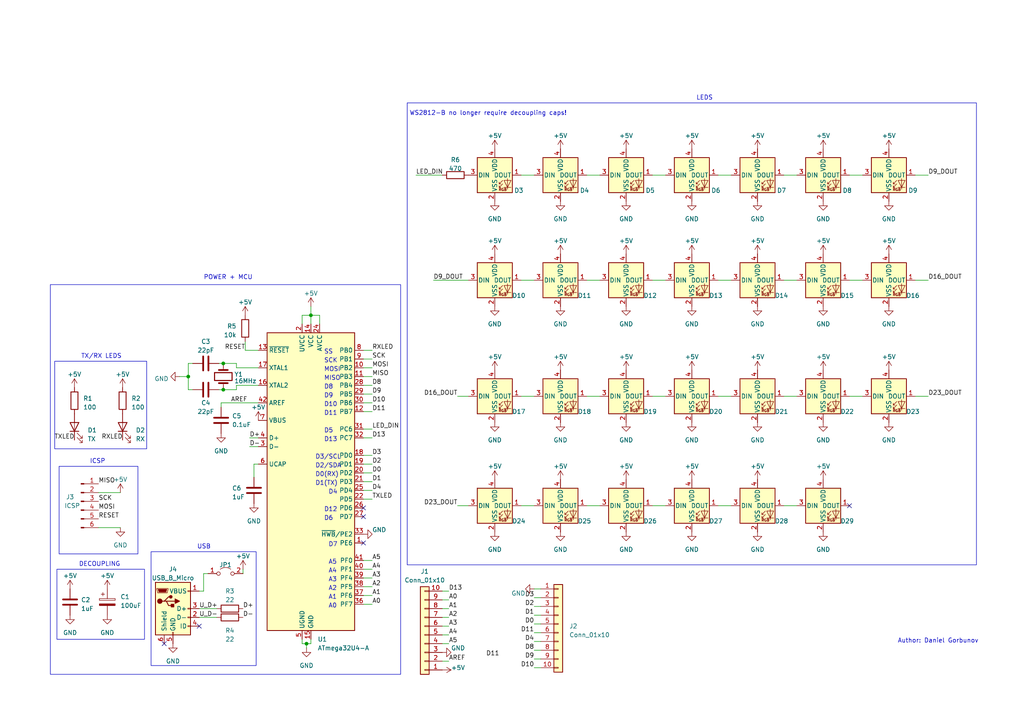
<source format=kicad_sch>
(kicad_sch (version 20230121) (generator eeschema)
  (paper "A4")
  (title_block (title "IEEE - DIY LEDs") (date "2024-03-17") (rev "v1"))
  (lib_symbols
    (symbol "Connector:Conn_01x06_Pin" (pin_names (offset 1.016) hide)
      (property "Reference" "J" (at 0 7.62 0))
      (property "Value" "Conn_01x06_Pin" (at 0 -10.16 0))
      (symbol "Conn_01x06_Pin_1_1"
        (polyline (pts (xy 1.27 -7.62) (xy 0.8636 -7.62)) (stroke (width 0.1524)))
        (polyline (pts (xy 1.27 -5.08) (xy 0.8636 -5.08)) (stroke (width 0.1524)))
        (polyline (pts (xy 1.27 -2.54) (xy 0.8636 -2.54)) (stroke (width 0.1524)))
        (polyline (pts (xy 1.27 0) (xy 0.8636 0)) (stroke (width 0.1524)))
        (polyline (pts (xy 1.27 2.54) (xy 0.8636 2.54)) (stroke (width 0.1524)))
        (polyline (pts (xy 1.27 5.08) (xy 0.8636 5.08)) (stroke (width 0.1524)))
        (rectangle (start 0.8636 -7.493) (end 0 -7.747) (stroke (width 0.1524)) (fill (type outline)))
        (rectangle (start 0.8636 -4.953) (end 0 -5.207) (stroke (width 0.1524)) (fill (type outline)))
        (rectangle (start 0.8636 -2.413) (end 0 -2.667) (stroke (width 0.1524)) (fill (type outline)))
        (rectangle (start 0.8636 0.127) (end 0 -0.127) (stroke (width 0.1524)) (fill (type outline)))
        (rectangle (start 0.8636 2.667) (end 0 2.413) (stroke (width 0.1524)) (fill (type outline)))
        (rectangle (start 0.8636 5.207) (end 0 4.953) (stroke (width 0.1524)) (fill (type outline)))
        (pin passive line (at 5.08 5.08 180) (length 3.81) (name "Pin_1") (number "1"))
        (pin passive line (at 5.08 2.54 180) (length 3.81) (name "Pin_2") (number "2"))
        (pin passive line (at 5.08 0 180) (length 3.81) (name "Pin_3") (number "3"))
        (pin passive line (at 5.08 -2.54 180) (length 3.81) (name "Pin_4") (number "4"))
        (pin passive line (at 5.08 -5.08 180) (length 3.81) (name "Pin_5") (number "5"))
        (pin passive line (at 5.08 -7.62 180) (length 3.81) (name "Pin_6") (number "6"))
      )
    )
    (symbol "Connector:USB_B_Micro" (pin_names (offset 1.016))
      (property "Reference" "J" (at -5.08 11.43 0))
      (property "Value" "USB_B_Micro" (at -5.08 8.89 0))
      (symbol "USB_B_Micro_0_1"
        (rectangle (start -5.08 -7.62) (end 5.08 7.62) (stroke (width 0.254)) (fill (type background)))
        (circle (center -3.81 2.159) (radius 0.635) (stroke (width 0.254)) (fill (type outline)))
        (circle (center -0.635 3.429) (radius 0.381) (stroke (width 0.254)) (fill (type outline)))
        (rectangle (start -0.127 -7.62) (end 0.127 -6.858))
        (polyline (pts (xy -1.905 2.159) (xy 0.635 2.159)) (stroke (width 0.254)))
        (polyline (pts (xy -3.175 2.159) (xy -2.54 2.159) (xy -1.27 3.429) (xy -0.635 3.429)) (stroke (width 0.254)))
        (polyline (pts (xy -2.54 2.159) (xy -1.905 2.159) (xy -1.27 0.889) (xy 0 0.889)) (stroke (width 0.254)))
        (polyline (pts (xy 0.635 2.794) (xy 0.635 1.524) (xy 1.905 2.159) (xy 0.635 2.794)) (stroke (width 0.254)) (fill (type outline)))
        (polyline (pts (xy -4.318 5.588) (xy -1.778 5.588) (xy -2.032 4.826) (xy -4.064 4.826) (xy -4.318 5.588)) (fill (type outline)))
        (polyline (pts (xy -4.699 5.842) (xy -4.699 5.588) (xy -4.445 4.826) (xy -4.445 4.572) (xy -1.651 4.572) (xy -1.651 4.826) (xy -1.397 5.588) (xy -1.397 5.842) (xy -4.699 5.842)))
        (rectangle (start 0.254 1.27) (end -0.508 0.508) (stroke (width 0.254)) (fill (type outline)))
        (rectangle (start 5.08 -5.207) (end 4.318 -4.953))
        (rectangle (start 5.08 -2.667) (end 4.318 -2.413))
        (rectangle (start 5.08 -0.127) (end 4.318 0.127))
        (rectangle (start 5.08 4.953) (end 4.318 5.207))
      )
      (symbol "USB_B_Micro_1_1"
        (pin power_out line (at 7.62 5.08 180) (length 2.54) (name "VBUS") (number "1"))
        (pin bidirectional line (at 7.62 -2.54 180) (length 2.54) (name "D-") (number "2"))
        (pin bidirectional line (at 7.62 0 180) (length 2.54) (name "D+") (number "3"))
        (pin passive line (at 7.62 -5.08 180) (length 2.54) (name "ID") (number "4"))
        (pin power_out line (at 0 -10.16 90) (length 2.54) (name "GND") (number "5"))
        (pin passive line (at -2.54 -10.16 90) (length 2.54) (name "Shield") (number "6"))
      )
    )
    (symbol "Connector_Generic:Conn_01x10" (pin_names (offset 1.016) hide)
      (property "Reference" "J" (at 0 12.7 0))
      (property "Value" "Conn_01x10" (at 0 -15.24 0))
      (symbol "Conn_01x10_1_1"
        (rectangle (start -1.27 -12.573) (end 0 -12.827) (stroke (width 0.1524)))
        (rectangle (start -1.27 -10.033) (end 0 -10.287) (stroke (width 0.1524)))
        (rectangle (start -1.27 -7.493) (end 0 -7.747) (stroke (width 0.1524)))
        (rectangle (start -1.27 -4.953) (end 0 -5.207) (stroke (width 0.1524)))
        (rectangle (start -1.27 -2.413) (end 0 -2.667) (stroke (width 0.1524)))
        (rectangle (start -1.27 0.127) (end 0 -0.127) (stroke (width 0.1524)))
        (rectangle (start -1.27 2.667) (end 0 2.413) (stroke (width 0.1524)))
        (rectangle (start -1.27 5.207) (end 0 4.953) (stroke (width 0.1524)))
        (rectangle (start -1.27 7.747) (end 0 7.493) (stroke (width 0.1524)))
        (rectangle (start -1.27 10.287) (end 0 10.033) (stroke (width 0.1524)))
        (rectangle (start -1.27 11.43) (end 1.27 -13.97) (stroke (width 0.254)) (fill (type background)))
        (pin passive line (at -5.08 10.16 0) (length 3.81) (name "Pin_1") (number "1"))
        (pin passive line (at -5.08 -12.7 0) (length 3.81) (name "Pin_10") (number "10"))
        (pin passive line (at -5.08 7.62 0) (length 3.81) (name "Pin_2") (number "2"))
        (pin passive line (at -5.08 5.08 0) (length 3.81) (name "Pin_3") (number "3"))
        (pin passive line (at -5.08 2.54 0) (length 3.81) (name "Pin_4") (number "4"))
        (pin passive line (at -5.08 0 0) (length 3.81) (name "Pin_5") (number "5"))
        (pin passive line (at -5.08 -2.54 0) (length 3.81) (name "Pin_6") (number "6"))
        (pin passive line (at -5.08 -5.08 0) (length 3.81) (name "Pin_7") (number "7"))
        (pin passive line (at -5.08 -7.62 0) (length 3.81) (name "Pin_8") (number "8"))
        (pin passive line (at -5.08 -10.16 0) (length 3.81) (name "Pin_9") (number "9"))
      )
    )
    (symbol "Device:C" (pin_numbers hide) (pin_names (offset 0.254))
      (property "Reference" "C" (at 0.635 2.54 0))
      (property "Value" "C" (at 0.635 -2.54 0))
      (symbol "C_0_1"
        (polyline (pts (xy -2.032 -0.762) (xy 2.032 -0.762)) (stroke (width 0.508)))
        (polyline (pts (xy -2.032 0.762) (xy 2.032 0.762)) (stroke (width 0.508)))
      )
      (symbol "C_1_1"
        (pin passive line (at 0 3.81 270) (length 2.794) (name "~") (number "1"))
        (pin passive line (at 0 -3.81 90) (length 2.794) (name "~") (number "2"))
      )
    )
    (symbol "Device:C_Polarized" (pin_numbers hide) (pin_names (offset 0.254))
      (property "Reference" "C" (at 0.635 2.54 0))
      (property "Value" "C_Polarized" (at 0.635 -2.54 0))
      (symbol "C_Polarized_0_1"
        (rectangle (start -2.286 0.508) (end 2.286 1.016))
        (polyline (pts (xy -1.778 2.286) (xy -0.762 2.286)))
        (polyline (pts (xy -1.27 2.794) (xy -1.27 1.778)))
        (rectangle (start 2.286 -0.508) (end -2.286 -1.016) (fill (type outline)))
      )
      (symbol "C_Polarized_1_1"
        (pin passive line (at 0 3.81 270) (length 2.794) (name "~") (number "1"))
        (pin passive line (at 0 -3.81 90) (length 2.794) (name "~") (number "2"))
      )
    )
    (symbol "Device:Crystal" (pin_numbers hide) (pin_names (offset 1.016) hide)
      (property "Reference" "Y" (at 0 3.81 0))
      (property "Value" "Crystal" (at 0 -3.81 0))
      (symbol "Crystal_0_1"
        (rectangle (start -1.143 2.54) (end 1.143 -2.54) (stroke (width 0.3048)))
        (polyline (pts (xy -2.54 0) (xy -1.905 0)))
        (polyline (pts (xy -1.905 -1.27) (xy -1.905 1.27)) (stroke (width 0.508)))
        (polyline (pts (xy 1.905 -1.27) (xy 1.905 1.27)) (stroke (width 0.508)))
        (polyline (pts (xy 2.54 0) (xy 1.905 0)))
      )
      (symbol "Crystal_1_1"
        (pin passive line (at -3.81 0 0) (length 1.27) (name "1") (number "1"))
        (pin passive line (at 3.81 0 180) (length 1.27) (name "2") (number "2"))
      )
    )
    (symbol "Device:LED" (pin_numbers hide) (pin_names (offset 1.016) hide)
      (property "Reference" "D" (at 0 2.54 0))
      (property "Value" "LED" (at 0 -2.54 0))
      (symbol "LED_0_1"
        (polyline (pts (xy -1.27 -1.27) (xy -1.27 1.27)) (stroke (width 0.254)))
        (polyline (pts (xy -1.27 0) (xy 1.27 0)))
        (polyline (pts (xy 1.27 -1.27) (xy 1.27 1.27) (xy -1.27 0) (xy 1.27 -1.27)) (stroke (width 0.254)))
        (polyline (pts (xy -3.048 -0.762) (xy -4.572 -2.286) (xy -3.81 -2.286) (xy -4.572 -2.286) (xy -4.572 -1.524)))
        (polyline (pts (xy -1.778 -0.762) (xy -3.302 -2.286) (xy -2.54 -2.286) (xy -3.302 -2.286) (xy -3.302 -1.524)))
      )
      (symbol "LED_1_1"
        (pin passive line (at -3.81 0 0) (length 2.54) (name "K") (number "1"))
        (pin passive line (at 3.81 0 180) (length 2.54) (name "A") (number "2"))
      )
    )
    (symbol "Device:R" (pin_numbers hide) (pin_names (offset 0))
      (property "Reference" "R" (at 2.032 0 90))
      (property "Value" "R" (at 0 0 90))
      (symbol "R_0_1"
        (rectangle (start -1.016 -2.54) (end 1.016 2.54) (stroke (width 0.254)))
      )
      (symbol "R_1_1"
        (pin passive line (at 0 3.81 270) (length 1.27) (name "~") (number "1"))
        (pin passive line (at 0 -3.81 90) (length 1.27) (name "~") (number "2"))
      )
    )
    (symbol "Jumper:Jumper_2_Open" (pin_names (offset 0) hide)
      (property "Reference" "JP" (at 0 2.794 0))
      (property "Value" "Jumper_2_Open" (at 0 -2.286 0))
      (symbol "Jumper_2_Open_0_0"
        (circle (center -2.032 0) (radius 0.508))
        (circle (center 2.032 0) (radius 0.508))
      )
      (symbol "Jumper_2_Open_0_1"
        (arc (start 1.524 1.27) (mid 0 1.778) (end -1.524 1.27))
      )
      (symbol "Jumper_2_Open_1_1"
        (pin passive line (at -5.08 0 0) (length 2.54) (name "A") (number "1"))
        (pin passive line (at 5.08 0 180) (length 2.54) (name "B") (number "2"))
      )
    )
    (symbol "LED:SK6812MINI" (pin_names (offset 0.254))
      (property "Reference" "D" (at 5.08 5.715 0))
      (property "Value" "SK6812MINI" (at 1.27 -5.715 0))
      (symbol "SK6812MINI_0_0"
        (text "RGB" (at 2.286 -4.191 0) (effects (font (size 0.762 0.762))))
      )
      (symbol "SK6812MINI_0_1"
        (polyline (pts (xy 1.27 -3.556) (xy 1.778 -3.556)))
        (polyline (pts (xy 1.27 -2.54) (xy 1.778 -2.54)))
        (polyline (pts (xy 4.699 -3.556) (xy 2.667 -3.556)))
        (polyline (pts (xy 2.286 -2.54) (xy 1.27 -3.556) (xy 1.27 -3.048)))
        (polyline (pts (xy 2.286 -1.524) (xy 1.27 -2.54) (xy 1.27 -2.032)))
        (polyline (pts (xy 3.683 -1.016) (xy 3.683 -3.556) (xy 3.683 -4.064)))
        (polyline (pts (xy 4.699 -1.524) (xy 2.667 -1.524) (xy 3.683 -3.556) (xy 4.699 -1.524)))
        (rectangle (start 5.08 5.08) (end -5.08 -5.08) (stroke (width 0.254)) (fill (type background)))
      )
      (symbol "SK6812MINI_1_1"
        (pin output line (at 7.62 0 180) (length 2.54) (name "DOUT") (number "1"))
        (pin power_in line (at 0 -7.62 90) (length 2.54) (name "VSS") (number "2"))
        (pin input line (at -7.62 0 0) (length 2.54) (name "DIN") (number "3"))
        (pin power_in line (at 0 7.62 270) (length 2.54) (name "VDD") (number "4"))
      )
    )
    (symbol "MCU_Microchip_ATmega:ATmega32U4-A"
      (property "Reference" "U" (at -12.7 44.45 0))
      (property "Value" "ATmega32U4-A" (at 2.54 -44.45 0))
      (symbol "ATmega32U4-A_0_1"
        (rectangle (start -12.7 -43.18) (end 12.7 43.18) (stroke (width 0.254)) (fill (type background)))
      )
      (symbol "ATmega32U4-A_1_1"
        (pin bidirectional line (at 15.24 -17.78 180) (length 2.54) (name "PE6") (number "1"))
        (pin bidirectional line (at 15.24 33.02 180) (length 2.54) (name "PB2") (number "10"))
        (pin bidirectional line (at 15.24 30.48 180) (length 2.54) (name "PB3") (number "11"))
        (pin bidirectional line (at 15.24 20.32 180) (length 2.54) (name "PB7") (number "12"))
        (pin input line (at -15.24 38.1 0) (length 2.54) (name "~{RESET}") (number "13"))
        (pin power_in line (at 0 45.72 270) (length 2.54) (name "VCC") (number "14"))
        (pin power_in line (at 0 -45.72 90) (length 2.54) (name "GND") (number "15"))
        (pin output line (at -15.24 27.94 0) (length 2.54) (name "XTAL2") (number "16"))
        (pin input line (at -15.24 33.02 0) (length 2.54) (name "XTAL1") (number "17"))
        (pin bidirectional line (at 15.24 7.62 180) (length 2.54) (name "PD0") (number "18"))
        (pin bidirectional line (at 15.24 5.08 180) (length 2.54) (name "PD1") (number "19"))
        (pin power_in line (at -2.54 45.72 270) (length 2.54) (name "UVCC") (number "2"))
        (pin bidirectional line (at 15.24 2.54 180) (length 2.54) (name "PD2") (number "20"))
        (pin bidirectional line (at 15.24 0 180) (length 2.54) (name "PD3") (number "21"))
        (pin bidirectional line (at 15.24 -5.08 180) (length 2.54) (name "PD5") (number "22"))
        (pin passive line (at 0 -45.72 90) (length 2.54) hide (name "GND") (number "23"))
        (pin power_in line (at 2.54 45.72 270) (length 2.54) (name "AVCC") (number "24"))
        (pin bidirectional line (at 15.24 -2.54 180) (length 2.54) (name "PD4") (number "25"))
        (pin bidirectional line (at 15.24 -7.62 180) (length 2.54) (name "PD6") (number "26"))
        (pin bidirectional line (at 15.24 -10.16 180) (length 2.54) (name "PD7") (number "27"))
        (pin bidirectional line (at 15.24 27.94 180) (length 2.54) (name "PB4") (number "28"))
        (pin bidirectional line (at 15.24 25.4 180) (length 2.54) (name "PB5") (number "29"))
        (pin bidirectional line (at -15.24 10.16 0) (length 2.54) (name "D-") (number "3"))
        (pin bidirectional line (at 15.24 22.86 180) (length 2.54) (name "PB6") (number "30"))
        (pin bidirectional line (at 15.24 15.24 180) (length 2.54) (name "PC6") (number "31"))
        (pin bidirectional line (at 15.24 12.7 180) (length 2.54) (name "PC7") (number "32"))
        (pin bidirectional line (at 15.24 -15.24 180) (length 2.54) (name "~{HWB}/PE2") (number "33"))
        (pin passive line (at 0 45.72 270) (length 2.54) hide (name "VCC") (number "34"))
        (pin passive line (at 0 -45.72 90) (length 2.54) hide (name "GND") (number "35"))
        (pin bidirectional line (at 15.24 -35.56 180) (length 2.54) (name "PF7") (number "36"))
        (pin bidirectional line (at 15.24 -33.02 180) (length 2.54) (name "PF6") (number "37"))
        (pin bidirectional line (at 15.24 -30.48 180) (length 2.54) (name "PF5") (number "38"))
        (pin bidirectional line (at 15.24 -27.94 180) (length 2.54) (name "PF4") (number "39"))
        (pin bidirectional line (at -15.24 12.7 0) (length 2.54) (name "D+") (number "4"))
        (pin bidirectional line (at 15.24 -25.4 180) (length 2.54) (name "PF1") (number "40"))
        (pin bidirectional line (at 15.24 -22.86 180) (length 2.54) (name "PF0") (number "41"))
        (pin passive line (at -15.24 22.86 0) (length 2.54) (name "AREF") (number "42"))
        (pin passive line (at 0 -45.72 90) (length 2.54) hide (name "GND") (number "43"))
        (pin passive line (at 2.54 45.72 270) (length 2.54) hide (name "AVCC") (number "44"))
        (pin passive line (at -2.54 -45.72 90) (length 2.54) (name "UGND") (number "5"))
        (pin passive line (at -15.24 5.08 0) (length 2.54) (name "UCAP") (number "6"))
        (pin input line (at -15.24 17.78 0) (length 2.54) (name "VBUS") (number "7"))
        (pin bidirectional line (at 15.24 38.1 180) (length 2.54) (name "PB0") (number "8"))
        (pin bidirectional line (at 15.24 35.56 180) (length 2.54) (name "PB1") (number "9"))
      )
    )
    (symbol "power:+5V" (power) (pin_names (offset 0))
      (property "Value" "+5V" (at 0 3.556 0))
      (symbol "+5V_0_1"
        (polyline (pts (xy -0.762 1.27) (xy 0 2.54)))
        (polyline (pts (xy 0 0) (xy 0 2.54)))
        (polyline (pts (xy 0 2.54) (xy 0.762 1.27)))
      )
      (symbol "+5V_1_1"
        (pin power_in line (at 0 0 90) (length 0) hide (name "+5V") (number "1"))
      )
    )
    (symbol "power:GND" (power) (pin_names (offset 0))
      (property "Value" "GND" (at 0 -3.81 0))
      (symbol "GND_0_1"
        (polyline (pts (xy 0 0) (xy 0 -1.27) (xy 1.27 -1.27) (xy 0 -2.54) (xy -1.27 -1.27) (xy 0 -1.27)))
      )
      (symbol "GND_1_1"
        (pin power_in line (at 0 0 270) (length 0) hide (name "GND") (number "1"))
      )
    )
  )
  (junction (at 54.61 109.22))
  (junction (at 64.77 105.41))
  (junction (at 90.17 91.44))
  (junction (at 64.77 113.03))
  (junction (at 88.9 186.69))
  (no_connect (at 105.41 157.48))
  (no_connect (at 105.41 149.86))
  (no_connect (at 57.785 181.61))
  (no_connect (at 105.41 147.32))
  (no_connect (at 246.38 146.685))
  (no_connect (at 47.625 186.69))
  (wire (pts (xy 128.27 171.45) (xy 130.175 171.45)))
  (wire (pts (xy 105.41 137.16) (xy 107.95 137.16)))
  (wire (pts (xy 154.94 186.055) (xy 156.845 186.055)))
  (wire (pts (xy 105.41 132.08) (xy 107.95 132.08)))
  (wire (pts (xy 63.5 105.41) (xy 64.77 105.41)))
  (wire (pts (xy 132.715 114.935) (xy 135.89 114.935)))
  (wire (pts (xy 105.41 116.84) (xy 107.95 116.84)))
  (wire (pts (xy 227.33 50.8) (xy 231.14 50.8)))
  (wire (pts (xy 154.94 188.595) (xy 156.845 188.595)))
  (wire (pts (xy 105.41 101.6) (xy 107.95 101.6)))
  (wire (pts (xy 63.5 113.03) (xy 64.77 113.03)))
  (wire (pts (xy 87.63 185.42) (xy 87.63 186.69)))
  (wire (pts (xy 189.23 114.935) (xy 193.04 114.935)))
  (wire (pts (xy 64.135 116.84) (xy 74.93 116.84)))
  (wire (pts (xy 128.27 184.15) (xy 130.175 184.15)))
  (wire (pts (xy 68.58 111.76) (xy 68.58 113.03)))
  (wire (pts (xy 105.41 104.14) (xy 107.95 104.14)))
  (wire (pts (xy 105.41 111.76) (xy 107.95 111.76)))
  (wire (pts (xy 105.41 167.64) (xy 107.95 167.64)))
  (wire (pts (xy 107.95 106.68) (xy 105.41 106.68)))
  (wire (pts (xy 128.27 186.69) (xy 130.175 186.69)))
  (wire (pts (xy 105.41 124.46) (xy 107.95 124.46)))
  (wire (pts (xy 105.41 134.62) (xy 107.95 134.62)))
  (wire (pts (xy 74.93 106.68) (xy 68.58 106.68)))
  (wire (pts (xy 54.61 113.03) (xy 55.88 113.03)))
  (wire (pts (xy 128.27 173.99) (xy 130.175 173.99)))
  (wire (pts (xy 189.23 81.28) (xy 193.04 81.28)))
  (wire (pts (xy 154.94 191.135) (xy 156.845 191.135)))
  (wire (pts (xy 128.27 191.77) (xy 130.175 191.77)))
  (wire (pts (xy 59.055 166.37) (xy 59.055 171.45)))
  (wire (pts (xy 54.61 105.41) (xy 54.61 109.22)))
  (wire (pts (xy 170.18 114.935) (xy 173.99 114.935)))
  (wire (pts (xy 170.18 81.28) (xy 173.99 81.28)))
  (wire (pts (xy 246.38 114.935) (xy 250.19 114.935)))
  (wire (pts (xy 208.28 146.685) (xy 212.09 146.685)))
  (wire (pts (xy 105.41 175.26) (xy 107.95 175.26)))
  (wire (pts (xy 34.925 153.035) (xy 28.575 153.035)))
  (wire (pts (xy 105.41 127) (xy 107.95 127)))
  (wire (pts (xy 105.41 165.1) (xy 107.95 165.1)))
  (wire (pts (xy 90.17 186.69) (xy 88.9 186.69)))
  (wire (pts (xy 105.41 142.24) (xy 107.95 142.24)))
  (wire (pts (xy 72.39 127) (xy 74.93 127)))
  (wire (pts (xy 208.28 81.28) (xy 212.09 81.28)))
  (wire (pts (xy 73.66 134.62) (xy 74.93 134.62)))
  (wire (pts (xy 105.41 144.78) (xy 107.95 144.78)))
  (wire (pts (xy 59.055 171.45) (xy 57.785 171.45)))
  (wire (pts (xy 68.58 105.41) (xy 64.77 105.41)))
  (wire (pts (xy 62.865 176.53) (xy 57.785 176.53)))
  (wire (pts (xy 120.65 50.8) (xy 128.27 50.8)))
  (wire (pts (xy 68.58 113.03) (xy 64.77 113.03)))
  (wire (pts (xy 151.13 114.935) (xy 154.94 114.935)))
  (wire (pts (xy 90.17 91.44) (xy 90.17 88.9)))
  (wire (pts (xy 62.865 179.07) (xy 57.785 179.07)))
  (wire (pts (xy 154.94 170.815) (xy 156.845 170.815)))
  (wire (pts (xy 105.41 172.72) (xy 107.95 172.72)))
  (wire (pts (xy 87.63 186.69) (xy 88.9 186.69)))
  (wire (pts (xy 265.43 114.935) (xy 269.24 114.935)))
  (wire (pts (xy 68.58 106.68) (xy 68.58 105.41)))
  (wire (pts (xy 154.94 193.675) (xy 156.845 193.675)))
  (wire (pts (xy 265.43 81.28) (xy 269.24 81.28)))
  (wire (pts (xy 90.17 91.44) (xy 90.17 93.98)))
  (wire (pts (xy 151.13 81.28) (xy 154.94 81.28)))
  (wire (pts (xy 154.94 180.975) (xy 156.845 180.975)))
  (wire (pts (xy 92.71 93.98) (xy 92.71 91.44)))
  (wire (pts (xy 151.13 146.685) (xy 154.94 146.685)))
  (wire (pts (xy 105.41 119.38) (xy 107.95 119.38)))
  (wire (pts (xy 208.28 50.8) (xy 212.09 50.8)))
  (wire (pts (xy 105.41 170.18) (xy 107.95 170.18)))
  (wire (pts (xy 132.715 146.685) (xy 135.89 146.685)))
  (wire (pts (xy 189.23 146.685) (xy 193.04 146.685)))
  (wire (pts (xy 87.63 91.44) (xy 90.17 91.44)))
  (wire (pts (xy 151.13 50.8) (xy 154.94 50.8)))
  (wire (pts (xy 72.39 129.54) (xy 74.93 129.54)))
  (wire (pts (xy 71.12 99.06) (xy 71.12 101.6)))
  (wire (pts (xy 70.485 165.1) (xy 70.485 166.37)))
  (wire (pts (xy 128.27 179.07) (xy 130.175 179.07)))
  (wire (pts (xy 170.18 146.685) (xy 173.99 146.685)))
  (wire (pts (xy 88.9 186.69) (xy 88.9 187.96)))
  (wire (pts (xy 71.12 101.6) (xy 74.93 101.6)))
  (wire (pts (xy 60.325 166.37) (xy 59.055 166.37)))
  (wire (pts (xy 128.27 176.53) (xy 130.175 176.53)))
  (wire (pts (xy 189.23 50.8) (xy 193.04 50.8)))
  (wire (pts (xy 105.41 114.3) (xy 107.95 114.3)))
  (wire (pts (xy 227.33 114.935) (xy 231.14 114.935)))
  (wire (pts (xy 54.61 109.22) (xy 52.07 109.22)))
  (wire (pts (xy 208.28 114.935) (xy 212.09 114.935)))
  (wire (pts (xy 246.38 81.28) (xy 250.19 81.28)))
  (wire (pts (xy 246.38 50.8) (xy 250.19 50.8)))
  (wire (pts (xy 265.43 50.8) (xy 269.24 50.8)))
  (wire (pts (xy 154.94 175.895) (xy 156.845 175.895)))
  (wire (pts (xy 34.925 142.875) (xy 28.575 142.875)))
  (wire (pts (xy 105.41 109.22) (xy 107.95 109.22)))
  (wire (pts (xy 128.27 181.61) (xy 130.175 181.61)))
  (wire (pts (xy 54.61 109.22) (xy 54.61 113.03)))
  (wire (pts (xy 125.73 81.28) (xy 135.89 81.28)))
  (wire (pts (xy 64.135 116.84) (xy 64.135 118.11)))
  (wire (pts (xy 154.94 183.515) (xy 156.845 183.515)))
  (wire (pts (xy 105.41 162.56) (xy 107.95 162.56)))
  (wire (pts (xy 170.18 50.8) (xy 173.99 50.8)))
  (wire (pts (xy 92.71 91.44) (xy 90.17 91.44)))
  (wire (pts (xy 90.17 185.42) (xy 90.17 186.69)))
  (wire (pts (xy 54.61 105.41) (xy 55.88 105.41)))
  (wire (pts (xy 227.33 146.685) (xy 231.14 146.685)))
  (wire (pts (xy 227.33 81.28) (xy 231.14 81.28)))
  (wire (pts (xy 154.94 173.355) (xy 156.845 173.355)))
  (wire (pts (xy 74.93 111.76) (xy 68.58 111.76)))
  (wire (pts (xy 154.94 178.435) (xy 156.845 178.435)))
  (wire (pts (xy 105.41 139.7) (xy 107.95 139.7)))
  (wire (pts (xy 73.66 138.43) (xy 73.66 134.62)))
  (wire (pts (xy 87.63 93.98) (xy 87.63 91.44)))
  (rectangle (start 118.11 29.845) (end 283.21 163.83))
  (rectangle (start 15.875 104.775) (end 42.545 130.175))
  (rectangle (start 14.605 82.55) (end 116.205 195.58))
  (rectangle (start 16.51 165.1) (end 41.91 185.42))
  (rectangle (start 17.145 135.255) (end 40.005 160.655))
  (rectangle (start 43.815 160.02) (end 74.295 193.04))
  (text "MOSI" (at 93.98 107.95 0) (effects (font (size 1.27 1.27)) (justify left bottom)))
  (text "D4" (at 95.25 143.51 0) (effects (font (size 1.27 1.27)) (justify left bottom)))
  (text "A4" (at 95.25 166.37 0) (effects (font (size 1.27 1.27)) (justify left bottom)))
  (text "D2/SDA" (at 91.44 135.89 0) (effects (font (size 1.27 1.27)) (justify left bottom)))
  (text "LEDS" (at 201.93 29.21 0) (effects (font (size 1.27 1.27)) (justify left bottom)))
  (text "D8" (at 93.98 113.03 0) (effects (font (size 1.27 1.27)) (justify left bottom)))
  (text "D11" (at 93.98 120.65 0) (effects (font (size 1.27 1.27)) (justify left bottom)))
  (text "D3/SCL" (at 91.44 133.35 0) (effects (font (size 1.27 1.27)) (justify left bottom)))
  (text "USB" (at 57.15 159.385 0) (effects (font (size 1.27 1.27)) (justify left bottom)))
  (text "D9" (at 93.98 115.57 0) (effects (font (size 1.27 1.27)) (justify left bottom)))
  (text "A2" (at 95.25 171.45 0) (effects (font (size 1.27 1.27)) (justify left bottom)))
  (text "DECOUPLING" (at 22.86 164.465 0) (effects (font (size 1.27 1.27)) (justify left bottom)))
  (text "D6" (at 93.98 151.13 0) (effects (font (size 1.27 1.27)) (justify left bottom)))
  (text "D1(TX)" (at 91.44 140.97 0) (effects (font (size 1.27 1.27)) (justify left bottom)))
  (text "A1" (at 95.25 173.99 0) (effects (font (size 1.27 1.27)) (justify left bottom)))
  (text "D13" (at 93.98 128.27 0) (effects (font (size 1.27 1.27)) (justify left bottom)))
  (text "D5" (at 93.98 125.73 0) (effects (font (size 1.27 1.27)) (justify left bottom)))
  (text "A0" (at 95.25 176.53 0) (effects (font (size 1.27 1.27)) (justify left bottom)))
  (text "WS2812-B no longer require decoupling caps!" (at 118.745 33.655 0) (effects (font (size 1.27 1.27)) (justify left bottom)))
  (text "Author: Daniel Gorbunov" (at 260.35 186.69 0) (effects (font (size 1.27 1.27)) (justify left bottom)))
  (text "MISO" (at 93.98 110.49 0) (effects (font (size 1.27 1.27)) (justify left bottom)))
  (text "D10" (at 93.98 118.11 0) (effects (font (size 1.27 1.27)) (justify left bottom)))
  (text "SS" (at 93.98 102.87 0) (effects (font (size 1.27 1.27)) (justify left bottom)))
  (text "A5" (at 95.25 163.83 0) (effects (font (size 1.27 1.27)) (justify left bottom)))
  (text "A3" (at 95.25 168.91 0) (effects (font (size 1.27 1.27)) (justify left bottom)))
  (text "POWER + MCU" (at 59.055 81.28 0) (effects (font (size 1.27 1.27)) (justify left bottom)))
  (text "TX/RX LEDS" (at 23.495 104.14 0) (effects (font (size 1.27 1.27)) (justify left bottom)))
  (text "ICSP" (at 26.035 134.62 0) (effects (font (size 1.27 1.27)) (justify left bottom)))
  (text "SCK" (at 93.98 105.41 0) (effects (font (size 1.27 1.27)) (justify left bottom)))
  (text "D12" (at 93.98 148.59 0) (effects (font (size 1.27 1.27)) (justify left bottom)))
  (text "D0(RX)" (at 91.44 138.43 0) (effects (font (size 1.27 1.27)) (justify left bottom)))
  (text "D7" (at 95.25 158.75 0) (effects (font (size 1.27 1.27)) (justify left bottom)))
  (label "A3" (at 130.175 181.61 0))
  (label "A5" (at 107.95 162.56 0))
  (label "A2" (at 130.175 179.07 0))
  (label "A4" (at 107.95 165.1 0))
  (label "D0" (at 154.94 180.975 180))
  (label "SCK" (at 107.95 104.14 0))
  (label "TXLED" (at 21.59 127.635 180))
  (label "D-" (at 72.39 129.54 0))
  (label "D1" (at 107.95 139.7 0))
  (label "AREF" (at 71.755 116.84 180))
  (label "A0" (at 107.95 175.26 0))
  (label "D2" (at 107.95 134.62 0))
  (label "LED_DIN" (at 107.95 124.46 0))
  (label "D13" (at 130.175 171.45 0))
  (label "D16_DOUT" (at 269.24 81.28 0))
  (label "SCK" (at 28.575 145.415 0))
  (label "U_D-" (at 57.785 179.07 0))
  (label "LED_DIN" (at 120.65 50.8 0))
  (label "RXLED" (at 35.56 127.635 180))
  (label "D10" (at 107.95 116.84 0))
  (label "D16_DOUT" (at 132.715 114.935 180))
  (label "RESET" (at 71.12 101.6 180))
  (label "D11" (at 140.97 190.5 0))
  (label "D2" (at 154.94 175.895 180))
  (label "A2" (at 107.95 170.18 0))
  (label "D3" (at 154.94 173.355 180))
  (label "D1" (at 154.94 178.435 180))
  (label "D0" (at 107.95 137.16 0))
  (label "A5" (at 130.175 186.69 0))
  (label "D4" (at 107.95 142.24 0))
  (label "D13" (at 107.95 127 0))
  (label "A1" (at 130.175 176.53 0))
  (label "D9" (at 107.95 114.3 0))
  (label "D8" (at 154.94 188.595 180))
  (label "D-" (at 70.485 179.07 0))
  (label "MOSI" (at 28.575 147.955 0))
  (label "D3" (at 107.95 132.08 0))
  (label "A4" (at 130.175 184.15 0))
  (label "TXLED" (at 107.95 144.78 0))
  (label "D10" (at 154.94 193.675 180))
  (label "RXLED" (at 107.95 101.6 0))
  (label "D23_DOUT" (at 269.24 114.935 0))
  (label "D+" (at 70.485 176.53 0))
  (label "A0" (at 130.175 173.99 0))
  (label "D11" (at 154.94 183.515 180))
  (label "D23_DOUT" (at 132.715 146.685 180))
  (label "A1" (at 107.95 172.72 0))
  (label "RESET" (at 28.575 150.495 0))
  (label "MISO" (at 107.95 109.22 0))
  (label "D9_DOUT" (at 125.73 81.28 0))
  (label "MISO" (at 28.575 140.335 0))
  (label "D+" (at 72.39 127 0))
  (label "D9_DOUT" (at 269.24 50.8 0))
  (label "MOSI" (at 107.95 106.68 0))
  (label "D4" (at 154.94 186.055 180))
  (label "U_D+" (at 57.785 176.53 0))
  (label "D9" (at 154.94 191.135 180))
  (label "D11" (at 107.95 119.38 0))
  (label "A3" (at 107.95 167.64 0))
  (label "AREF" (at 130.175 191.77 0))
  (label "D8" (at 107.95 111.76 0))
  (symbol (lib_id "power:+5V") (at 70.485 165.1 0) (unit 1)
    (property "Reference" "#PWR016" (effects hide))
    (property "Value" "+5V" (at 70.485 161.29 0))
  )
  (symbol (lib_id "power:GND") (at 162.56 58.42 0) (unit 1)
    (property "Reference" "#PWR024" (effects hide))
    (property "Value" "GND" (at 162.56 63.5 0))
  )
  (symbol (lib_id "power:+5V") (at 74.93 121.92 0) (unit 1)
    (property "Reference" "#PWR017" (effects hide))
    (property "Value" "+5V" (at 74.93 118.11 0))
  )
  (symbol (lib_id "Device:R") (at 66.675 179.07 270) (unit 1)
    (property "Reference" "R4" (at 66.675 182.88 90))
    (property "Value" "22" (at 66.675 185.42 90))
    (property "Footprint" "Resistor_SMD:R_0805_2012Metric_Pad1.20x1.40mm_HandSolder" (effects hide))
  )
  (symbol (lib_id "power:+5V") (at 181.61 43.18 0) (unit 1)
    (property "Reference" "#PWR03" (effects hide))
    (property "Value" "+5V" (at 181.61 39.37 0))
  )
  (symbol (lib_id "power:+5V") (at 162.56 139.065 0) (unit 1)
    (property "Reference" "#PWR066" (effects hide))
    (property "Value" "+5V" (at 162.56 135.255 0))
  )
  (symbol (lib_id "power:GND") (at 73.66 146.05 0) (unit 1)
    (property "Reference" "#PWR015" (effects hide))
    (property "Value" "GND" (at 73.66 151.13 0))
  )
  (symbol (lib_id "power:+5V") (at 143.51 107.315 0) (unit 1)
    (property "Reference" "#PWR050" (effects hide))
    (property "Value" "+5V" (at 143.51 103.505 0))
  )
  (symbol (lib_id "LED:SK6812MINI") (at 143.51 50.8 0) (unit 1)
    (property "Reference" "D3" (at 150.495 55.245 0))
    (property "Value" "SK6812MINI" (effects hide))
    (property "Footprint" "LED_SMD:LED_SK6812MINI_PLCC4_3.5x3.5mm_P1.75mm" (effects hide))
    (property "Datasheet" "https://cdn-shop.adafruit.com/product-files/2686/SK6812MINI_REV.01-1-2.pdf" (effects hide))
  )
  (symbol (lib_id "power:+5V") (at 143.51 73.66 0) (unit 1)
    (property "Reference" "#PWR031" (effects hide))
    (property "Value" "+5V" (at 143.51 69.85 0))
  )
  (symbol (lib_id "power:+5V") (at 90.17 88.9 0) (unit 1)
    (property "Reference" "#PWR046" (effects hide))
    (property "Value" "+5V" (at 90.17 85.09 0))
  )
  (symbol (lib_id "LED:SK6812MINI") (at 257.81 114.935 0) (unit 1)
    (property "Reference" "D23" (at 264.795 119.38 0))
    (property "Value" "SK6812MINI" (effects hide))
    (property "Footprint" "LED_SMD:LED_SK6812MINI_PLCC4_3.5x3.5mm_P1.75mm" (effects hide))
    (property "Datasheet" "https://cdn-shop.adafruit.com/product-files/2686/SK6812MINI_REV.01-1-2.pdf" (effects hide))
  )
  (symbol (lib_id "power:GND") (at 162.56 88.9 0) (unit 1)
    (property "Reference" "#PWR034" (effects hide))
    (property "Value" "GND" (at 162.56 93.98 0))
  )
  (symbol (lib_id "MCU_Microchip_ATmega:ATmega32U4-A") (at 90.17 139.7 0) (unit 1)
    (property "Reference" "U1" (at 92.1259 185.42 0) (effects (justify left)))
    (property "Value" "ATmega32U4-A" (at 92.1259 187.96 0) (effects (justify left)))
    (property "Footprint" "Package_QFP:TQFP-44_10x10mm_P0.8mm" (effects hide))
    (property "Datasheet" "http://ww1.microchip.com/downloads/en/DeviceDoc/Atmel-7766-8-bit-AVR-ATmega16U4-32U4_Datasheet.pdf" (effects hide))
  )
  (symbol (lib_id "LED:SK6812MINI") (at 257.81 50.8 0) (unit 1)
    (property "Reference" "D9" (at 264.795 55.245 0))
    (property "Value" "SK6812MINI" (effects hide))
    (property "Footprint" "LED_SMD:LED_SK6812MINI_PLCC4_3.5x3.5mm_P1.75mm" (effects hide))
    (property "Datasheet" "https://cdn-shop.adafruit.com/product-files/2686/SK6812MINI_REV.01-1-2.pdf" (effects hide))
  )
  (symbol (lib_id "LED:SK6812MINI") (at 238.76 146.685 0) (unit 1)
    (property "Reference" "D29" (at 245.745 151.13 0))
    (property "Value" "SK6812MINI" (effects hide))
    (property "Footprint" "LED_SMD:LED_SK6812MINI_PLCC4_3.5x3.5mm_P1.75mm" (effects hide))
    (property "Datasheet" "https://cdn-shop.adafruit.com/product-files/2686/SK6812MINI_REV.01-1-2.pdf" (effects hide))
  )
  (symbol (lib_id "Device:R") (at 66.675 176.53 270) (unit 1)
    (property "Reference" "R3" (at 66.675 171.45 90))
    (property "Value" "22" (at 66.675 173.99 90))
    (property "Footprint" "Resistor_SMD:R_0805_2012Metric_Pad1.20x1.40mm_HandSolder" (effects hide))
  )
  (symbol (lib_id "power:+5V") (at 238.76 73.66 0) (unit 1)
    (property "Reference" "#PWR041" (effects hide))
    (property "Value" "+5V" (at 238.76 69.85 0))
  )
  (symbol (lib_id "Device:LED") (at 21.59 123.825 90) (unit 1)
    (property "Reference" "D1" (at 25.4 124.7775 90) (effects (justify right)))
    (property "Value" "TX" (at 25.4 127.3175 90) (effects (justify right)))
    (property "Footprint" "LED_SMD:LED_0805_2012Metric_Pad1.15x1.40mm_HandSolder" (effects hide))
  )
  (symbol (lib_id "power:GND") (at 200.66 154.305 0) (unit 1)
    (property "Reference" "#PWR071" (effects hide))
    (property "Value" "GND" (at 200.66 159.385 0))
  )
  (symbol (lib_id "Connector:Conn_01x06_Pin") (at 23.495 145.415 0) (unit 1)
    (property "Reference" "J3" (at 20.32 144.145 0))
    (property "Value" "ICSP" (at 20.955 146.685 0))
    (property "Footprint" "Connector_PinHeader_2.54mm:PinHeader_2x03_P2.54mm_Vertical" (effects hide))
  )
  (symbol (lib_id "LED:SK6812MINI") (at 162.56 146.685 0) (unit 1)
    (property "Reference" "D25" (at 169.545 151.13 0))
    (property "Value" "SK6812MINI" (effects hide))
    (property "Footprint" "LED_SMD:LED_SK6812MINI_PLCC4_3.5x3.5mm_P1.75mm" (effects hide))
    (property "Datasheet" "https://cdn-shop.adafruit.com/product-files/2686/SK6812MINI_REV.01-1-2.pdf" (effects hide))
  )
  (symbol (lib_id "power:GND") (at 257.81 88.9 0) (unit 1)
    (property "Reference" "#PWR044" (effects hide))
    (property "Value" "GND" (at 257.81 93.98 0))
  )
  (symbol (lib_id "power:GND") (at 20.32 178.435 0) (unit 1)
    (property "Reference" "#PWR08" (effects hide))
    (property "Value" "GND" (at 20.32 183.515 0))
  )
  (symbol (lib_id "power:+5V") (at 35.56 112.395 0) (unit 1)
    (property "Reference" "#PWR06" (effects hide))
    (property "Value" "+5V" (at 35.56 108.585 0))
  )
  (symbol (lib_id "Connector_Generic:Conn_01x10") (at 161.925 180.975 0) (unit 1)
    (property "Reference" "J2" (at 165.1 181.61 0) (effects (justify left)))
    (property "Value" "Conn_01x10" (at 165.1 184.15 0) (effects (justify left)))
    (property "Footprint" "Connector_PinHeader_2.54mm:PinHeader_1x10_P2.54mm_Vertical" (effects hide))
  )
  (symbol (lib_id "LED:SK6812MINI") (at 143.51 81.28 0) (unit 1)
    (property "Reference" "D10" (at 150.495 85.725 0))
    (property "Value" "SK6812MINI" (effects hide))
    (property "Footprint" "LED_SMD:LED_SK6812MINI_PLCC4_3.5x3.5mm_P1.75mm" (effects hide))
    (property "Datasheet" "https://cdn-shop.adafruit.com/product-files/2686/SK6812MINI_REV.01-1-2.pdf" (effects hide))
  )
  (symbol (lib_id "Device:C") (at 73.66 142.24 0) (unit 1)
    (property "Reference" "C6" (at 67.31 141.605 0) (effects (justify left)))
    (property "Value" "1uF" (at 67.31 144.145 0) (effects (justify left)))
    (property "Footprint" "Capacitor_SMD:C_0805_2012Metric_Pad1.18x1.45mm_HandSolder" (effects hide))
  )
  (symbol (lib_id "power:+5V") (at 200.66 43.18 0) (unit 1)
    (property "Reference" "#PWR05" (effects hide))
    (property "Value" "+5V" (at 200.66 39.37 0))
  )
  (symbol (lib_id "power:GND") (at 52.07 109.22 270) (unit 1)
    (property "Reference" "#PWR09" (effects hide))
    (property "Value" "GND" (at 48.895 109.855 90) (effects (justify right)))
  )
  (symbol (lib_id "Device:Crystal") (at 64.77 109.22 270) (unit 1)
    (property "Reference" "Y1" (at 67.945 108.585 90) (effects (justify left)))
    (property "Value" "16MHz" (at 67.945 110.49 90) (effects (justify left)))
    (property "Footprint" "Crystal:Crystal_SMD_5032-2Pin_5.0x3.2mm" (effects hide))
  )
  (symbol (lib_id "power:+5V") (at 162.56 73.66 0) (unit 1)
    (property "Reference" "#PWR033" (effects hide))
    (property "Value" "+5V" (at 162.56 69.85 0))
  )
  (symbol (lib_id "power:+5V") (at 34.925 142.875 0) (unit 1)
    (property "Reference" "#PWR011" (effects hide))
    (property "Value" "+5V" (at 34.925 139.065 0))
  )
  (symbol (lib_id "Device:LED") (at 35.56 123.825 90) (unit 1)
    (property "Reference" "D2" (at 39.37 124.7775 90) (effects (justify right)))
    (property "Value" "RX" (at 39.37 127.3175 90) (effects (justify right)))
    (property "Footprint" "LED_SMD:LED_0805_2012Metric_Pad1.15x1.40mm_HandSolder" (effects hide))
  )
  (symbol (lib_id "power:GND") (at 181.61 122.555 0) (unit 1)
    (property "Reference" "#PWR055" (effects hide))
    (property "Value" "GND" (at 181.61 127.635 0))
  )
  (symbol (lib_id "Device:C") (at 20.32 174.625 0) (unit 1)
    (property "Reference" "C2" (at 23.495 173.99 0) (effects (justify left)))
    (property "Value" "1uF" (at 23.495 176.53 0) (effects (justify left)))
    (property "Footprint" "Capacitor_SMD:C_0805_2012Metric_Pad1.18x1.45mm_HandSolder" (effects hide))
  )
  (symbol (lib_id "power:+5V") (at 181.61 107.315 0) (unit 1)
    (property "Reference" "#PWR054" (effects hide))
    (property "Value" "+5V" (at 181.61 103.505 0))
  )
  (symbol (lib_id "LED:SK6812MINI") (at 257.81 81.28 0) (unit 1)
    (property "Reference" "D16" (at 264.795 85.725 0))
    (property "Value" "SK6812MINI" (effects hide))
    (property "Footprint" "LED_SMD:LED_SK6812MINI_PLCC4_3.5x3.5mm_P1.75mm" (effects hide))
    (property "Datasheet" "https://cdn-shop.adafruit.com/product-files/2686/SK6812MINI_REV.01-1-2.pdf" (effects hide))
  )
  (symbol (lib_id "Device:R") (at 132.08 50.8 90) (unit 1)
    (property "Reference" "R6" (at 132.08 46.355 90))
    (property "Value" "470" (at 132.08 48.895 90))
    (property "Footprint" "Resistor_SMD:R_0805_2012Metric_Pad1.20x1.40mm_HandSolder" (effects hide))
  )
  (symbol (lib_id "power:+5V") (at 128.27 194.31 270) (unit 1)
    (property "Reference" "#PWR047" (effects hide))
    (property "Value" "+5V" (at 130.81 193.675 90) (effects (justify left)))
  )
  (symbol (lib_id "power:+5V") (at 200.66 73.66 0) (unit 1)
    (property "Reference" "#PWR037" (effects hide))
    (property "Value" "+5V" (at 200.66 69.85 0))
  )
  (symbol (lib_id "LED:SK6812MINI") (at 162.56 81.28 0) (unit 1)
    (property "Reference" "D11" (at 169.545 85.725 0))
    (property "Value" "SK6812MINI" (effects hide))
    (property "Footprint" "LED_SMD:LED_SK6812MINI_PLCC4_3.5x3.5mm_P1.75mm" (effects hide))
    (property "Datasheet" "https://cdn-shop.adafruit.com/product-files/2686/SK6812MINI_REV.01-1-2.pdf" (effects hide))
  )
  (symbol (lib_id "power:GND") (at 34.925 153.035 0) (unit 1)
    (property "Reference" "#PWR012" (effects hide))
    (property "Value" "GND" (at 34.925 158.115 0))
  )
  (symbol (lib_id "power:GND") (at 181.61 154.305 0) (unit 1)
    (property "Reference" "#PWR069" (effects hide))
    (property "Value" "GND" (at 181.61 159.385 0))
  )
  (symbol (lib_id "power:GND") (at 238.76 154.305 0) (unit 1)
    (property "Reference" "#PWR075" (effects hide))
    (property "Value" "GND" (at 238.76 159.385 0))
  )
  (symbol (lib_id "LED:SK6812MINI") (at 162.56 50.8 0) (unit 1)
    (property "Reference" "D4" (at 169.545 55.245 0))
    (property "Value" "SK6812MINI" (effects hide))
    (property "Footprint" "LED_SMD:LED_SK6812MINI_PLCC4_3.5x3.5mm_P1.75mm" (effects hide))
    (property "Datasheet" "https://cdn-shop.adafruit.com/product-files/2686/SK6812MINI_REV.01-1-2.pdf" (effects hide))
  )
  (symbol (lib_id "power:GND") (at 219.71 88.9 0) (unit 1)
    (property "Reference" "#PWR040" (effects hide))
    (property "Value" "GND" (at 219.71 93.98 0))
  )
  (symbol (lib_id "power:GND") (at 105.41 154.94 90) (unit 1)
    (property "Reference" "#PWR020" (effects hide))
    (property "Value" "GND" (at 107.95 153.67 90) (effects (justify right)))
  )
  (symbol (lib_id "power:GND") (at 219.71 58.42 0) (unit 1)
    (property "Reference" "#PWR026" (effects hide))
    (property "Value" "GND" (at 219.71 63.5 0))
  )
  (symbol (lib_id "LED:SK6812MINI") (at 200.66 50.8 0) (unit 1)
    (property "Reference" "D6" (at 207.645 55.245 0))
    (property "Value" "SK6812MINI" (effects hide))
    (property "Footprint" "LED_SMD:LED_SK6812MINI_PLCC4_3.5x3.5mm_P1.75mm" (effects hide))
    (property "Datasheet" "https://cdn-shop.adafruit.com/product-files/2686/SK6812MINI_REV.01-1-2.pdf" (effects hide))
  )
  (symbol (lib_id "Device:R") (at 35.56 116.205 180) (unit 1)
    (property "Reference" "R2" (at 38.1 115.57 0) (effects (justify right)))
    (property "Value" "100" (at 38.1 118.11 0) (effects (justify right)))
    (property "Footprint" "Resistor_SMD:R_0805_2012Metric_Pad1.20x1.40mm_HandSolder" (effects hide))
  )
  (symbol (lib_id "Device:C") (at 59.69 113.03 270) (unit 1)
    (property "Reference" "C4" (at 59.69 116.84 90))
    (property "Value" "22pF" (at 59.69 119.38 90))
    (property "Footprint" "Capacitor_SMD:C_0805_2012Metric_Pad1.18x1.45mm_HandSolder" (effects hide))
  )
  (symbol (lib_id "LED:SK6812MINI") (at 143.51 114.935 0) (unit 1)
    (property "Reference" "D17" (at 150.495 119.38 0))
    (property "Value" "SK6812MINI" (effects hide))
    (property "Footprint" "LED_SMD:LED_SK6812MINI_PLCC4_3.5x3.5mm_P1.75mm" (effects hide))
    (property "Datasheet" "https://cdn-shop.adafruit.com/product-files/2686/SK6812MINI_REV.01-1-2.pdf" (effects hide))
  )
  (symbol (lib_id "power:+5V") (at 238.76 139.065 0) (unit 1)
    (property "Reference" "#PWR074" (effects hide))
    (property "Value" "+5V" (at 238.76 135.255 0))
  )
  (symbol (lib_id "LED:SK6812MINI") (at 181.61 81.28 0) (unit 1)
    (property "Reference" "D12" (at 188.595 85.725 0))
    (property "Value" "SK6812MINI" (effects hide))
    (property "Footprint" "LED_SMD:LED_SK6812MINI_PLCC4_3.5x3.5mm_P1.75mm" (effects hide))
    (property "Datasheet" "https://cdn-shop.adafruit.com/product-files/2686/SK6812MINI_REV.01-1-2.pdf" (effects hide))
  )
  (symbol (lib_id "power:GND") (at 181.61 88.9 0) (unit 1)
    (property "Reference" "#PWR036" (effects hide))
    (property "Value" "GND" (at 181.61 93.98 0))
  )
  (symbol (lib_id "power:+5V") (at 71.12 91.44 0) (unit 1)
    (property "Reference" "#PWR014" (effects hide))
    (property "Value" "+5V" (at 71.12 87.63 0))
  )
  (symbol (lib_id "power:GND") (at 143.51 154.305 0) (unit 1)
    (property "Reference" "#PWR065" (effects hide))
    (property "Value" "GND" (at 143.51 159.385 0))
  )
  (symbol (lib_id "Connector:USB_B_Micro") (at 50.165 176.53 0) (unit 1)
    (property "Reference" "J4" (at 50.165 165.1 0))
    (property "Value" "USB_B_Micro" (at 50.165 167.64 0))
    (property "Footprint" "Connector_USB:USB_Micro-B_GCT_USB3076-30-A" (effects hide))
  )
  (symbol (lib_id "Device:R") (at 71.12 95.25 0) (unit 1)
    (property "Reference" "R5" (at 68.58 94.615 0) (effects (justify right)))
    (property "Value" "10k" (at 68.58 97.155 0) (effects (justify right)))
    (property "Footprint" "Resistor_SMD:R_0805_2012Metric_Pad1.20x1.40mm_HandSolder" (effects hide))
  )
  (symbol (lib_id "power:GND") (at 219.71 122.555 0) (unit 1)
    (property "Reference" "#PWR059" (effects hide))
    (property "Value" "GND" (at 219.71 127.635 0))
  )
  (symbol (lib_id "power:GND") (at 143.51 122.555 0) (unit 1)
    (property "Reference" "#PWR051" (effects hide))
    (property "Value" "GND" (at 143.51 127.635 0))
  )
  (symbol (lib_id "power:+5V") (at 219.71 43.18 0) (unit 1)
    (property "Reference" "#PWR025" (effects hide))
    (property "Value" "+5V" (at 219.71 39.37 0))
  )
  (symbol (lib_id "LED:SK6812MINI") (at 238.76 114.935 0) (unit 1)
    (property "Reference" "D22" (at 245.745 119.38 0))
    (property "Value" "SK6812MINI" (effects hide))
    (property "Footprint" "LED_SMD:LED_SK6812MINI_PLCC4_3.5x3.5mm_P1.75mm" (effects hide))
    (property "Datasheet" "https://cdn-shop.adafruit.com/product-files/2686/SK6812MINI_REV.01-1-2.pdf" (effects hide))
  )
  (symbol (lib_id "LED:SK6812MINI") (at 219.71 146.685 0) (unit 1)
    (property "Reference" "D28" (at 226.695 151.13 0))
    (property "Value" "SK6812MINI" (effects hide))
    (property "Footprint" "LED_SMD:LED_SK6812MINI_PLCC4_3.5x3.5mm_P1.75mm" (effects hide))
    (property "Datasheet" "https://cdn-shop.adafruit.com/product-files/2686/SK6812MINI_REV.01-1-2.pdf" (effects hide))
  )
  (symbol (lib_id "power:GND") (at 88.9 187.96 0) (unit 1)
    (property "Reference" "#PWR018" (effects hide))
    (property "Value" "GND" (at 88.9 193.04 0))
  )
  (symbol (lib_id "Device:R") (at 21.59 116.205 180) (unit 1)
    (property "Reference" "R1" (at 24.13 115.57 0) (effects (justify right)))
    (property "Value" "100" (at 24.13 118.11 0) (effects (justify right)))
    (property "Footprint" "Resistor_SMD:R_0805_2012Metric_Pad1.20x1.40mm_HandSolder" (effects hide))
  )
  (symbol (lib_id "power:GND") (at 200.66 58.42 0) (unit 1)
    (property "Reference" "#PWR022" (effects hide))
    (property "Value" "GND" (at 200.66 63.5 0))
  )
  (symbol (lib_id "power:GND") (at 162.56 122.555 0) (unit 1)
    (property "Reference" "#PWR053" (effects hide))
    (property "Value" "GND" (at 162.56 127.635 0))
  )
  (symbol (lib_id "power:GND") (at 64.135 125.73 0) (unit 1)
    (property "Reference" "#PWR013" (effects hide))
    (property "Value" "GND" (at 64.135 130.81 0))
  )
  (symbol (lib_id "LED:SK6812MINI") (at 219.71 114.935 0) (unit 1)
    (property "Reference" "D21" (at 226.695 119.38 0))
    (property "Value" "SK6812MINI" (effects hide))
    (property "Footprint" "LED_SMD:LED_SK6812MINI_PLCC4_3.5x3.5mm_P1.75mm" (effects hide))
    (property "Datasheet" "https://cdn-shop.adafruit.com/product-files/2686/SK6812MINI_REV.01-1-2.pdf" (effects hide))
  )
  (symbol (lib_id "LED:SK6812MINI") (at 238.76 81.28 0) (unit 1)
    (property "Reference" "D15" (at 245.745 85.725 0))
    (property "Value" "SK6812MINI" (effects hide))
    (property "Footprint" "LED_SMD:LED_SK6812MINI_PLCC4_3.5x3.5mm_P1.75mm" (effects hide))
    (property "Datasheet" "https://cdn-shop.adafruit.com/product-files/2686/SK6812MINI_REV.01-1-2.pdf" (effects hide))
  )
  (symbol (lib_id "LED:SK6812MINI") (at 162.56 114.935 0) (unit 1)
    (property "Reference" "D18" (at 169.545 119.38 0))
    (property "Value" "SK6812MINI" (effects hide))
    (property "Footprint" "LED_SMD:LED_SK6812MINI_PLCC4_3.5x3.5mm_P1.75mm" (effects hide))
    (property "Datasheet" "https://cdn-shop.adafruit.com/product-files/2686/SK6812MINI_REV.01-1-2.pdf" (effects hide))
  )
  (symbol (lib_id "power:+5V") (at 143.51 43.18 0) (unit 1)
    (property "Reference" "#PWR021" (effects hide))
    (property "Value" "+5V" (at 143.51 39.37 0))
  )
  (symbol (lib_id "LED:SK6812MINI") (at 219.71 81.28 0) (unit 1)
    (property "Reference" "D14" (at 226.695 85.725 0))
    (property "Value" "SK6812MINI" (effects hide))
    (property "Footprint" "LED_SMD:LED_SK6812MINI_PLCC4_3.5x3.5mm_P1.75mm" (effects hide))
    (property "Datasheet" "https://cdn-shop.adafruit.com/product-files/2686/SK6812MINI_REV.01-1-2.pdf" (effects hide))
  )
  (symbol (lib_id "LED:SK6812MINI") (at 181.61 146.685 0) (unit 1)
    (property "Reference" "D26" (at 188.595 151.13 0))
    (property "Value" "SK6812MINI" (effects hide))
    (property "Footprint" "LED_SMD:LED_SK6812MINI_PLCC4_3.5x3.5mm_P1.75mm" (effects hide))
    (property "Datasheet" "https://cdn-shop.adafruit.com/product-files/2686/SK6812MINI_REV.01-1-2.pdf" (effects hide))
  )
  (symbol (lib_id "power:GND") (at 200.66 122.555 0) (unit 1)
    (property "Reference" "#PWR057" (effects hide))
    (property "Value" "GND" (at 200.66 127.635 0))
  )
  (symbol (lib_id "power:+5V") (at 200.66 107.315 0) (unit 1)
    (property "Reference" "#PWR056" (effects hide))
    (property "Value" "+5V" (at 200.66 103.505 0))
  )
  (symbol (lib_id "power:GND") (at 50.165 186.69 0) (unit 1)
    (property "Reference" "#PWR010" (effects hide))
    (property "Value" "GND" (at 50.165 191.77 0))
  )
  (symbol (lib_id "Device:C") (at 64.135 121.92 0) (unit 1)
    (property "Reference" "C5" (at 67.31 120.65 0) (effects (justify left)))
    (property "Value" "0.1uF" (at 67.31 123.19 0) (effects (justify left)))
    (property "Footprint" "Capacitor_SMD:C_0805_2012Metric_Pad1.18x1.45mm_HandSolder" (effects hide))
  )
  (symbol (lib_id "power:GND") (at 143.51 88.9 0) (unit 1)
    (property "Reference" "#PWR032" (effects hide))
    (property "Value" "GND" (at 143.51 93.98 0))
  )
  (symbol (lib_id "power:GND") (at 181.61 58.42 0) (unit 1)
    (property "Reference" "#PWR04" (effects hide))
    (property "Value" "GND" (at 181.61 63.5 0))
  )
  (symbol (lib_id "power:GND") (at 128.27 189.23 90) (unit 1)
    (property "Reference" "#PWR048" (effects hide))
    (property "Value" "GND" (at 130.81 187.96 90) (effects (justify right)))
  )
  (symbol (lib_id "Jumper:Jumper_2_Open") (at 65.405 166.37 0) (unit 1)
    (property "Reference" "JP1" (at 65.405 163.83 0))
    (property "Value" "Jumper_2_Open" (effects hide))
    (property "Footprint" "Jumper:SolderJumper-2_P1.3mm_Open_TrianglePad1.0x1.5mm" (effects hide))
  )
  (symbol (lib_id "power:GND") (at 162.56 154.305 0) (unit 1)
    (property "Reference" "#PWR067" (effects hide))
    (property "Value" "GND" (at 162.56 159.385 0))
  )
  (symbol (lib_id "power:GND") (at 200.66 88.9 0) (unit 1)
    (property "Reference" "#PWR038" (effects hide))
    (property "Value" "GND" (at 200.66 93.98 0))
  )
  (symbol (lib_id "power:+5V") (at 20.32 170.815 0) (unit 1)
    (property "Reference" "#PWR07" (effects hide))
    (property "Value" "+5V" (at 20.32 167.005 0))
  )
  (symbol (lib_id "power:GND") (at 257.81 58.42 0) (unit 1)
    (property "Reference" "#PWR030" (effects hide))
    (property "Value" "GND" (at 257.81 63.5 0))
  )
  (symbol (lib_id "power:+5V") (at 162.56 43.18 0) (unit 1)
    (property "Reference" "#PWR02" (effects hide))
    (property "Value" "+5V" (at 162.56 39.37 0))
  )
  (symbol (lib_id "power:+5V") (at 219.71 107.315 0) (unit 1)
    (property "Reference" "#PWR058" (effects hide))
    (property "Value" "+5V" (at 219.71 103.505 0))
  )
  (symbol (lib_id "power:+5V") (at 181.61 73.66 0) (unit 1)
    (property "Reference" "#PWR035" (effects hide))
    (property "Value" "+5V" (at 181.61 69.85 0))
  )
  (symbol (lib_id "power:GND") (at 31.115 178.435 0) (unit 1)
    (property "Reference" "#PWR045" (effects hide))
    (property "Value" "GND" (at 31.115 183.515 0))
  )
  (symbol (lib_id "power:+5V") (at 181.61 139.065 0) (unit 1)
    (property "Reference" "#PWR068" (effects hide))
    (property "Value" "+5V" (at 181.61 135.255 0))
  )
  (symbol (lib_id "power:GND") (at 257.81 122.555 0) (unit 1)
    (property "Reference" "#PWR063" (effects hide))
    (property "Value" "GND" (at 257.81 127.635 0))
  )
  (symbol (lib_id "power:+5V") (at 219.71 73.66 0) (unit 1)
    (property "Reference" "#PWR039" (effects hide))
    (property "Value" "+5V" (at 219.71 69.85 0))
  )
  (symbol (lib_id "Device:C") (at 59.69 105.41 270) (unit 1)
    (property "Reference" "C3" (at 59.69 99.06 90))
    (property "Value" "22pF" (at 59.69 101.6 90))
    (property "Footprint" "Capacitor_SMD:C_0805_2012Metric_Pad1.18x1.45mm_HandSolder" (effects hide))
  )
  (symbol (lib_id "LED:SK6812MINI") (at 143.51 146.685 0) (unit 1)
    (property "Reference" "D24" (at 150.495 151.13 0))
    (property "Value" "SK6812MINI" (effects hide))
    (property "Footprint" "LED_SMD:LED_SK6812MINI_PLCC4_3.5x3.5mm_P1.75mm" (effects hide))
    (property "Datasheet" "https://cdn-shop.adafruit.com/product-files/2686/SK6812MINI_REV.01-1-2.pdf" (effects hide))
  )
  (symbol (lib_id "power:+5V") (at 143.51 139.065 0) (unit 1)
    (property "Reference" "#PWR064" (effects hide))
    (property "Value" "+5V" (at 143.51 135.255 0))
  )
  (symbol (lib_id "LED:SK6812MINI") (at 200.66 81.28 0) (unit 1)
    (property "Reference" "D13" (at 207.645 85.725 0))
    (property "Value" "SK6812MINI" (effects hide))
    (property "Footprint" "LED_SMD:LED_SK6812MINI_PLCC4_3.5x3.5mm_P1.75mm" (effects hide))
    (property "Datasheet" "https://cdn-shop.adafruit.com/product-files/2686/SK6812MINI_REV.01-1-2.pdf" (effects hide))
  )
  (symbol (lib_id "power:+5V") (at 21.59 112.395 0) (unit 1)
    (property "Reference" "#PWR01" (effects hide))
    (property "Value" "+5V" (at 21.59 108.585 0))
  )
  (symbol (lib_id "power:GND") (at 238.76 122.555 0) (unit 1)
    (property "Reference" "#PWR061" (effects hide))
    (property "Value" "GND" (at 238.76 127.635 0))
  )
  (symbol (lib_id "LED:SK6812MINI") (at 181.61 50.8 0) (unit 1)
    (property "Reference" "D5" (at 188.595 55.245 0))
    (property "Value" "SK6812MINI" (effects hide))
    (property "Footprint" "LED_SMD:LED_SK6812MINI_PLCC4_3.5x3.5mm_P1.75mm" (effects hide))
    (property "Datasheet" "https://cdn-shop.adafruit.com/product-files/2686/SK6812MINI_REV.01-1-2.pdf" (effects hide))
  )
  (symbol (lib_id "LED:SK6812MINI") (at 181.61 114.935 0) (unit 1)
    (property "Reference" "D19" (at 188.595 119.38 0))
    (property "Value" "SK6812MINI" (effects hide))
    (property "Footprint" "LED_SMD:LED_SK6812MINI_PLCC4_3.5x3.5mm_P1.75mm" (effects hide))
    (property "Datasheet" "https://cdn-shop.adafruit.com/product-files/2686/SK6812MINI_REV.01-1-2.pdf" (effects hide))
  )
  (symbol (lib_id "power:+5V") (at 219.71 139.065 0) (unit 1)
    (property "Reference" "#PWR072" (effects hide))
    (property "Value" "+5V" (at 219.71 135.255 0))
  )
  (symbol (lib_id "LED:SK6812MINI") (at 238.76 50.8 0) (unit 1)
    (property "Reference" "D8" (at 245.745 55.245 0))
    (property "Value" "SK6812MINI" (effects hide))
    (property "Footprint" "LED_SMD:LED_SK6812MINI_PLCC4_3.5x3.5mm_P1.75mm" (effects hide))
    (property "Datasheet" "https://cdn-shop.adafruit.com/product-files/2686/SK6812MINI_REV.01-1-2.pdf" (effects hide))
  )
  (symbol (lib_id "LED:SK6812MINI") (at 219.71 50.8 0) (unit 1)
    (property "Reference" "D7" (at 226.695 55.245 0))
    (property "Value" "SK6812MINI" (effects hide))
    (property "Footprint" "LED_SMD:LED_SK6812MINI_PLCC4_3.5x3.5mm_P1.75mm" (effects hide))
    (property "Datasheet" "https://cdn-shop.adafruit.com/product-files/2686/SK6812MINI_REV.01-1-2.pdf" (effects hide))
  )
  (symbol (lib_id "power:GND") (at 219.71 154.305 0) (unit 1)
    (property "Reference" "#PWR073" (effects hide))
    (property "Value" "GND" (at 219.71 159.385 0))
  )
  (symbol (lib_id "power:+5V") (at 257.81 43.18 0) (unit 1)
    (property "Reference" "#PWR029" (effects hide))
    (property "Value" "+5V" (at 257.81 39.37 0))
  )
  (symbol (lib_id "Device:C_Polarized") (at 31.115 174.625 0) (unit 1)
    (property "Reference" "C1" (at 34.925 173.101 0) (effects (justify left)))
    (property "Value" "100uF" (at 34.925 175.641 0) (effects (justify left)))
    (property "Footprint" "Capacitor_SMD:CP_Elec_5x5.3" (effects hide))
  )
  (symbol (lib_id "power:GND") (at 143.51 58.42 0) (unit 1)
    (property "Reference" "#PWR023" (effects hide))
    (property "Value" "GND" (at 143.51 63.5 0))
  )
  (symbol (lib_id "power:+5V") (at 257.81 73.66 0) (unit 1)
    (property "Reference" "#PWR043" (effects hide))
    (property "Value" "+5V" (at 257.81 69.85 0))
  )
  (symbol (lib_id "power:+5V") (at 31.115 170.815 0) (unit 1)
    (property "Reference" "#PWR019" (effects hide))
    (property "Value" "+5V" (at 31.115 167.005 0))
  )
  (symbol (lib_id "Connector_Generic:Conn_01x10") (at 123.19 184.15 180) (unit 1)
    (property "Reference" "J1" (at 123.19 165.735 0))
    (property "Value" "Conn_01x10" (at 123.19 168.275 0))
    (property "Footprint" "Connector_PinHeader_2.54mm:PinHeader_1x10_P2.54mm_Vertical" (effects hide))
  )
  (symbol (lib_id "power:+5V") (at 257.81 107.315 0) (unit 1)
    (property "Reference" "#PWR062" (effects hide))
    (property "Value" "+5V" (at 257.81 103.505 0))
  )
  (symbol (lib_id "power:GND") (at 154.94 170.815 270) (unit 1)
    (property "Reference" "#PWR049" (effects hide))
    (property "Value" "GND" (at 152.4 172.085 90) (effects (justify right)))
  )
  (symbol (lib_id "power:+5V") (at 162.56 107.315 0) (unit 1)
    (property "Reference" "#PWR052" (effects hide))
    (property "Value" "+5V" (at 162.56 103.505 0))
  )
  (symbol (lib_id "power:GND") (at 238.76 58.42 0) (unit 1)
    (property "Reference" "#PWR028" (effects hide))
    (property "Value" "GND" (at 238.76 63.5 0))
  )
  (symbol (lib_id "power:GND") (at 238.76 88.9 0) (unit 1)
    (property "Reference" "#PWR042" (effects hide))
    (property "Value" "GND" (at 238.76 93.98 0))
  )
  (symbol (lib_id "power:+5V") (at 238.76 43.18 0) (unit 1)
    (property "Reference" "#PWR027" (effects hide))
    (property "Value" "+5V" (at 238.76 39.37 0))
  )
  (symbol (lib_id "power:+5V") (at 238.76 107.315 0) (unit 1)
    (property "Reference" "#PWR060" (effects hide))
    (property "Value" "+5V" (at 238.76 103.505 0))
  )
  (symbol (lib_id "power:+5V") (at 200.66 139.065 0) (unit 1)
    (property "Reference" "#PWR070" (effects hide))
    (property "Value" "+5V" (at 200.66 135.255 0))
  )
  (symbol (lib_id "LED:SK6812MINI") (at 200.66 146.685 0) (unit 1)
    (property "Reference" "D27" (at 207.645 151.13 0))
    (property "Value" "SK6812MINI" (effects hide))
    (property "Footprint" "LED_SMD:LED_SK6812MINI_PLCC4_3.5x3.5mm_P1.75mm" (effects hide))
    (property "Datasheet" "https://cdn-shop.adafruit.com/product-files/2686/SK6812MINI_REV.01-1-2.pdf" (effects hide))
  )
  (symbol (lib_id "LED:SK6812MINI") (at 200.66 114.935 0) (unit 1)
    (property "Reference" "D20" (at 207.645 119.38 0))
    (property "Value" "SK6812MINI" (effects hide))
    (property "Footprint" "LED_SMD:LED_SK6812MINI_PLCC4_3.5x3.5mm_P1.75mm" (effects hide))
    (property "Datasheet" "https://cdn-shop.adafruit.com/product-files/2686/SK6812MINI_REV.01-1-2.pdf" (effects hide))
  )
)
</source>
